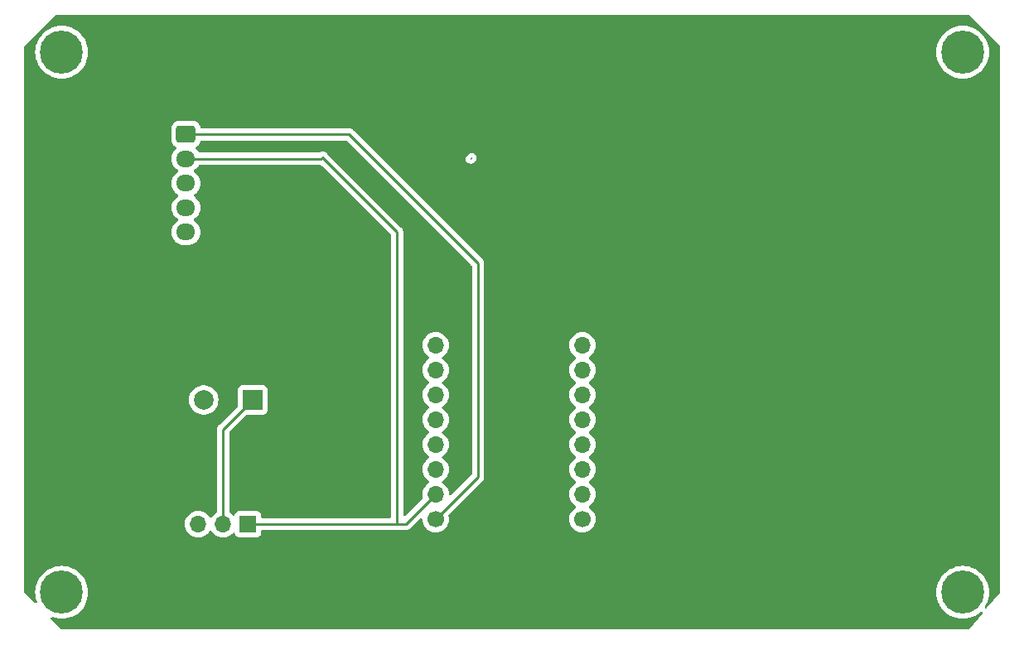
<source format=gbr>
%TF.GenerationSoftware,KiCad,Pcbnew,7.0.6-0*%
%TF.CreationDate,2023-12-02T16:23:56+00:00*%
%TF.ProjectId,Bitko clock,4269746b-6f20-4636-9c6f-636b2e6b6963,rev?*%
%TF.SameCoordinates,Original*%
%TF.FileFunction,Copper,L2,Bot*%
%TF.FilePolarity,Positive*%
%FSLAX46Y46*%
G04 Gerber Fmt 4.6, Leading zero omitted, Abs format (unit mm)*
G04 Created by KiCad (PCBNEW 7.0.6-0) date 2023-12-02 16:23:56*
%MOMM*%
%LPD*%
G01*
G04 APERTURE LIST*
G04 Aperture macros list*
%AMRoundRect*
0 Rectangle with rounded corners*
0 $1 Rounding radius*
0 $2 $3 $4 $5 $6 $7 $8 $9 X,Y pos of 4 corners*
0 Add a 4 corners polygon primitive as box body*
4,1,4,$2,$3,$4,$5,$6,$7,$8,$9,$2,$3,0*
0 Add four circle primitives for the rounded corners*
1,1,$1+$1,$2,$3*
1,1,$1+$1,$4,$5*
1,1,$1+$1,$6,$7*
1,1,$1+$1,$8,$9*
0 Add four rect primitives between the rounded corners*
20,1,$1+$1,$2,$3,$4,$5,0*
20,1,$1+$1,$4,$5,$6,$7,0*
20,1,$1+$1,$6,$7,$8,$9,0*
20,1,$1+$1,$8,$9,$2,$3,0*%
G04 Aperture macros list end*
%TA.AperFunction,ComponentPad*%
%ADD10C,4.400000*%
%TD*%
%TA.AperFunction,ComponentPad*%
%ADD11O,1.700000X1.700000*%
%TD*%
%TA.AperFunction,ComponentPad*%
%ADD12C,1.700000*%
%TD*%
%TA.AperFunction,ComponentPad*%
%ADD13R,1.700000X1.700000*%
%TD*%
%TA.AperFunction,ComponentPad*%
%ADD14R,2.000000X2.000000*%
%TD*%
%TA.AperFunction,ComponentPad*%
%ADD15C,2.000000*%
%TD*%
%TA.AperFunction,ComponentPad*%
%ADD16O,1.950000X1.700000*%
%TD*%
%TA.AperFunction,ComponentPad*%
%ADD17RoundRect,0.250000X-0.725000X0.600000X-0.725000X-0.600000X0.725000X-0.600000X0.725000X0.600000X0*%
%TD*%
%TA.AperFunction,Conductor*%
%ADD18C,0.250000*%
%TD*%
%TA.AperFunction,Conductor*%
%ADD19C,0.000000*%
%TD*%
G04 APERTURE END LIST*
D10*
%TO.P,REF\u002A\u002A,1*%
%TO.N,N/C*%
X120015000Y-92710000D03*
%TD*%
%TO.P,REF\u002A\u002A,1*%
%TO.N,N/C*%
X27940000Y-92710000D03*
%TD*%
%TO.P,REF\u002A\u002A,1*%
%TO.N,N/C*%
X27940000Y-37465000D03*
%TD*%
D11*
%TO.P,REF\u002A\u002A,8*%
%TO.N,N/C*%
X81153000Y-67437000D03*
%TO.P,REF\u002A\u002A,7*%
X81153000Y-69977000D03*
%TO.P,REF\u002A\u002A,6*%
X81153000Y-72517000D03*
%TO.P,REF\u002A\u002A,5*%
X81153000Y-75057000D03*
%TO.P,REF\u002A\u002A,4*%
X81153000Y-77597000D03*
%TO.P,REF\u002A\u002A,3*%
X81153000Y-80137000D03*
%TO.P,REF\u002A\u002A,2*%
X81153000Y-82677000D03*
D12*
%TO.P,REF\u002A\u002A,1*%
X81153000Y-85217000D03*
%TD*%
D11*
%TO.P,REF\u002A\u002A,8*%
%TO.N,N/C*%
X66153000Y-67437000D03*
%TO.P,REF\u002A\u002A,7*%
X66153000Y-69977000D03*
%TO.P,REF\u002A\u002A,6*%
X66153000Y-72517000D03*
%TO.P,REF\u002A\u002A,5*%
X66153000Y-75057000D03*
%TO.P,REF\u002A\u002A,4*%
X66153000Y-77597000D03*
%TO.P,REF\u002A\u002A,3*%
X66153000Y-80137000D03*
%TO.P,REF\u002A\u002A,2*%
X66153000Y-82677000D03*
D12*
%TO.P,REF\u002A\u002A,1*%
X66153000Y-85217000D03*
%TD*%
D13*
%TO.P,REF\u002A\u002A,1*%
%TO.N,N/C*%
X46975000Y-85725000D03*
D11*
%TO.P,REF\u002A\u002A,2*%
X44435000Y-85725000D03*
%TO.P,REF\u002A\u002A,3*%
X41895000Y-85725000D03*
%TD*%
D14*
%TO.P,REF\u002A\u002A,1*%
%TO.N,N/C*%
X47455785Y-73025000D03*
D15*
%TO.P,REF\u002A\u002A,2*%
X42455785Y-73025000D03*
%TD*%
D10*
%TO.P,REF\u002A\u002A,1*%
%TO.N,N/C*%
X120015000Y-37465000D03*
%TD*%
D16*
%TO.P,JST_XH_B5B-XH-A_1x05,5*%
%TO.N,N/C*%
X40640000Y-55875000D03*
%TO.P,JST_XH_B5B-XH-A_1x05,4*%
X40640000Y-53375000D03*
%TO.P,JST_XH_B5B-XH-A_1x05,3*%
X40640000Y-50875000D03*
%TO.P,JST_XH_B5B-XH-A_1x05,2*%
X40640000Y-48375000D03*
D17*
%TO.P,JST_XH_B5B-XH-A_1x05,1*%
X40640000Y-45875000D03*
%TD*%
D18*
%TO.N,*%
X70485000Y-80885000D02*
X70485000Y-59055000D01*
X66153000Y-85217000D02*
X70485000Y-80885000D01*
X70485000Y-59055000D02*
X57305000Y-45875000D01*
X57305000Y-45875000D02*
X40640000Y-45875000D01*
X62230000Y-85725000D02*
X63105000Y-85725000D01*
X63105000Y-85725000D02*
X66153000Y-82677000D01*
X46975000Y-85725000D02*
X62230000Y-85725000D01*
X54610000Y-48260000D02*
X62230000Y-55880000D01*
X40640000Y-48375000D02*
X54495000Y-48375000D01*
X54495000Y-48375000D02*
X54610000Y-48260000D01*
X62230000Y-55880000D02*
X62230000Y-85725000D01*
X65645000Y-85725000D02*
X66153000Y-85217000D01*
X44435000Y-85725000D02*
X44435000Y-76045785D01*
X44435000Y-76045785D02*
X47455785Y-73025000D01*
D19*
X69850000Y-48260000D02*
X69735000Y-48375000D01*
%TD*%
%TA.AperFunction,NonConductor*%
G36*
X120665677Y-33674685D02*
G01*
X120686319Y-33691319D01*
X123788681Y-36793681D01*
X123822166Y-36855004D01*
X123825000Y-36881362D01*
X123825000Y-92665106D01*
X123805315Y-92732145D01*
X123796259Y-92744489D01*
X122491084Y-94310698D01*
X122433045Y-94349597D01*
X122363188Y-94350943D01*
X122303693Y-94314307D01*
X122273450Y-94251323D01*
X122282060Y-94181985D01*
X122289700Y-94167179D01*
X122410545Y-93967279D01*
X122544627Y-93669361D01*
X122641821Y-93357453D01*
X122700710Y-93036104D01*
X122720436Y-92710000D01*
X122700710Y-92383896D01*
X122641821Y-92062547D01*
X122544627Y-91750639D01*
X122410545Y-91452721D01*
X122241530Y-91173137D01*
X122241528Y-91173134D01*
X122241526Y-91173131D01*
X122040045Y-90915960D01*
X121809039Y-90684954D01*
X121551868Y-90483473D01*
X121544306Y-90478901D01*
X121272279Y-90314455D01*
X120974361Y-90180373D01*
X120974354Y-90180370D01*
X120974342Y-90180366D01*
X120662452Y-90083178D01*
X120341099Y-90024289D01*
X120015000Y-90004564D01*
X119688900Y-90024289D01*
X119367547Y-90083178D01*
X119055657Y-90180366D01*
X119055641Y-90180372D01*
X119055639Y-90180373D01*
X118865933Y-90265752D01*
X118757725Y-90314453D01*
X118757723Y-90314454D01*
X118478131Y-90483473D01*
X118220960Y-90684954D01*
X117989954Y-90915960D01*
X117788473Y-91173131D01*
X117619454Y-91452723D01*
X117619453Y-91452725D01*
X117485372Y-91750642D01*
X117485366Y-91750657D01*
X117388178Y-92062547D01*
X117329289Y-92383900D01*
X117309564Y-92710000D01*
X117329289Y-93036099D01*
X117388178Y-93357452D01*
X117485366Y-93669342D01*
X117485370Y-93669354D01*
X117485373Y-93669361D01*
X117619455Y-93967279D01*
X117668290Y-94048061D01*
X117788473Y-94246868D01*
X117989954Y-94504039D01*
X118220960Y-94735045D01*
X118478131Y-94936526D01*
X118478134Y-94936528D01*
X118478137Y-94936530D01*
X118757721Y-95105545D01*
X119055639Y-95239627D01*
X119055652Y-95239631D01*
X119055657Y-95239633D01*
X119310469Y-95319035D01*
X119367547Y-95336821D01*
X119688896Y-95395710D01*
X120015000Y-95415436D01*
X120341104Y-95395710D01*
X120662453Y-95336821D01*
X120974361Y-95239627D01*
X121272279Y-95105545D01*
X121551863Y-94936530D01*
X121809036Y-94735048D01*
X121846614Y-94697470D01*
X121907936Y-94663984D01*
X121977628Y-94668968D01*
X122033562Y-94710838D01*
X122057980Y-94776302D01*
X122043129Y-94844576D01*
X122029555Y-94864533D01*
X120687181Y-96475383D01*
X120629142Y-96514282D01*
X120591922Y-96520000D01*
X27991362Y-96520000D01*
X27924323Y-96500315D01*
X27903681Y-96483681D01*
X26870050Y-95450050D01*
X26836565Y-95388727D01*
X26841549Y-95319035D01*
X26883421Y-95263102D01*
X26948885Y-95238685D01*
X26994621Y-95243984D01*
X27292547Y-95336821D01*
X27613896Y-95395710D01*
X27940000Y-95415436D01*
X28266104Y-95395710D01*
X28587453Y-95336821D01*
X28899361Y-95239627D01*
X29197279Y-95105545D01*
X29476863Y-94936530D01*
X29734036Y-94735048D01*
X29965048Y-94504036D01*
X30166530Y-94246863D01*
X30335545Y-93967279D01*
X30469627Y-93669361D01*
X30566821Y-93357453D01*
X30625710Y-93036104D01*
X30645436Y-92710000D01*
X30625710Y-92383896D01*
X30566821Y-92062547D01*
X30469627Y-91750639D01*
X30335545Y-91452721D01*
X30166530Y-91173137D01*
X30166528Y-91173134D01*
X30166526Y-91173131D01*
X29965045Y-90915960D01*
X29734039Y-90684954D01*
X29476868Y-90483473D01*
X29469306Y-90478901D01*
X29197279Y-90314455D01*
X28899361Y-90180373D01*
X28899354Y-90180370D01*
X28899342Y-90180366D01*
X28587452Y-90083178D01*
X28266099Y-90024289D01*
X27940000Y-90004564D01*
X27613900Y-90024289D01*
X27292547Y-90083178D01*
X26980657Y-90180366D01*
X26980641Y-90180372D01*
X26980639Y-90180373D01*
X26790933Y-90265752D01*
X26682725Y-90314453D01*
X26682723Y-90314454D01*
X26403131Y-90483473D01*
X26145960Y-90684954D01*
X25914954Y-90915960D01*
X25713473Y-91173131D01*
X25544454Y-91452723D01*
X25544453Y-91452725D01*
X25410372Y-91750642D01*
X25410366Y-91750657D01*
X25313178Y-92062547D01*
X25254289Y-92383900D01*
X25234564Y-92710000D01*
X25254289Y-93036099D01*
X25313176Y-93357444D01*
X25406015Y-93655377D01*
X25407165Y-93725237D01*
X25370364Y-93784630D01*
X25307295Y-93814698D01*
X25237982Y-93805895D01*
X25199948Y-93779948D01*
X24166319Y-92746318D01*
X24132834Y-92684995D01*
X24130000Y-92658637D01*
X24130000Y-73025005D01*
X40950142Y-73025005D01*
X40970675Y-73272812D01*
X40970677Y-73272824D01*
X41031721Y-73513881D01*
X41131611Y-73741606D01*
X41267618Y-73949782D01*
X41267621Y-73949785D01*
X41436041Y-74132738D01*
X41632276Y-74285474D01*
X41850975Y-74403828D01*
X42086171Y-74484571D01*
X42331450Y-74525500D01*
X42580120Y-74525500D01*
X42825399Y-74484571D01*
X43060595Y-74403828D01*
X43279294Y-74285474D01*
X43475529Y-74132738D01*
X43643949Y-73949785D01*
X43779958Y-73741607D01*
X43879848Y-73513881D01*
X43940893Y-73272821D01*
X43961428Y-73025000D01*
X43957754Y-72980664D01*
X43940894Y-72777187D01*
X43940892Y-72777175D01*
X43879848Y-72536118D01*
X43779958Y-72308393D01*
X43643951Y-72100217D01*
X43600793Y-72053335D01*
X43475529Y-71917262D01*
X43279294Y-71764526D01*
X43279292Y-71764525D01*
X43279291Y-71764524D01*
X43060596Y-71646172D01*
X43060587Y-71646169D01*
X42825401Y-71565429D01*
X42580120Y-71524500D01*
X42331450Y-71524500D01*
X42086168Y-71565429D01*
X41850982Y-71646169D01*
X41850973Y-71646172D01*
X41632278Y-71764524D01*
X41436042Y-71917261D01*
X41267618Y-72100217D01*
X41131611Y-72308393D01*
X41031721Y-72536118D01*
X40970677Y-72777175D01*
X40970675Y-72777187D01*
X40950142Y-73024994D01*
X40950142Y-73025005D01*
X24130000Y-73025005D01*
X24130000Y-55875000D01*
X39159341Y-55875000D01*
X39179936Y-56110403D01*
X39179938Y-56110413D01*
X39241094Y-56338655D01*
X39241096Y-56338659D01*
X39241097Y-56338663D01*
X39291030Y-56445746D01*
X39340964Y-56552828D01*
X39340965Y-56552830D01*
X39476505Y-56746402D01*
X39643597Y-56913494D01*
X39837169Y-57049034D01*
X39837171Y-57049035D01*
X40051337Y-57148903D01*
X40279592Y-57210063D01*
X40456034Y-57225500D01*
X40823966Y-57225500D01*
X41000408Y-57210063D01*
X41228663Y-57148903D01*
X41442829Y-57049035D01*
X41636401Y-56913495D01*
X41803495Y-56746401D01*
X41939035Y-56552830D01*
X42038903Y-56338663D01*
X42100063Y-56110408D01*
X42120659Y-55875000D01*
X42100063Y-55639592D01*
X42040879Y-55418713D01*
X42038905Y-55411344D01*
X42038904Y-55411343D01*
X42038903Y-55411337D01*
X41939035Y-55197171D01*
X41939034Y-55197169D01*
X41803494Y-55003597D01*
X41636403Y-54836506D01*
X41580187Y-54797144D01*
X41479401Y-54726573D01*
X41435778Y-54671999D01*
X41428584Y-54602500D01*
X41460106Y-54540145D01*
X41479398Y-54523428D01*
X41636401Y-54413495D01*
X41803495Y-54246401D01*
X41939035Y-54052830D01*
X42038903Y-53838663D01*
X42100063Y-53610408D01*
X42120659Y-53375000D01*
X42100063Y-53139592D01*
X42038903Y-52911337D01*
X41939035Y-52697171D01*
X41939034Y-52697169D01*
X41803494Y-52503597D01*
X41636403Y-52336506D01*
X41580187Y-52297144D01*
X41479401Y-52226573D01*
X41435778Y-52171999D01*
X41428584Y-52102500D01*
X41460106Y-52040145D01*
X41479398Y-52023428D01*
X41636401Y-51913495D01*
X41803495Y-51746401D01*
X41939035Y-51552830D01*
X42038903Y-51338663D01*
X42100063Y-51110408D01*
X42120659Y-50875000D01*
X42100063Y-50639592D01*
X42038903Y-50411337D01*
X41939035Y-50197171D01*
X41939034Y-50197169D01*
X41803494Y-50003597D01*
X41636403Y-49836506D01*
X41580187Y-49797144D01*
X41479401Y-49726573D01*
X41435778Y-49671999D01*
X41428584Y-49602500D01*
X41460106Y-49540145D01*
X41479398Y-49523428D01*
X41636401Y-49413495D01*
X41803495Y-49246401D01*
X41938651Y-49053377D01*
X41993229Y-49009752D01*
X42040227Y-49000500D01*
X54412257Y-49000500D01*
X54439291Y-49003483D01*
X54442241Y-49004142D01*
X54502888Y-49037478D01*
X61568181Y-56102771D01*
X61601666Y-56164094D01*
X61604500Y-56190452D01*
X61604500Y-84975500D01*
X61584815Y-85042539D01*
X61532011Y-85088294D01*
X61480500Y-85099500D01*
X48449499Y-85099500D01*
X48382460Y-85079815D01*
X48336705Y-85027011D01*
X48325499Y-84975500D01*
X48325499Y-84827129D01*
X48325498Y-84827123D01*
X48322517Y-84799393D01*
X48319091Y-84767517D01*
X48317810Y-84764083D01*
X48268797Y-84632671D01*
X48268793Y-84632664D01*
X48182547Y-84517455D01*
X48182544Y-84517452D01*
X48067335Y-84431206D01*
X48067328Y-84431202D01*
X47932482Y-84380908D01*
X47932483Y-84380908D01*
X47872883Y-84374501D01*
X47872881Y-84374500D01*
X47872873Y-84374500D01*
X47872864Y-84374500D01*
X46077129Y-84374500D01*
X46077123Y-84374501D01*
X46017516Y-84380908D01*
X45882671Y-84431202D01*
X45882664Y-84431206D01*
X45767455Y-84517452D01*
X45767452Y-84517455D01*
X45681206Y-84632664D01*
X45681203Y-84632669D01*
X45632189Y-84764083D01*
X45590317Y-84820016D01*
X45524853Y-84844433D01*
X45456580Y-84829581D01*
X45428326Y-84808430D01*
X45306402Y-84686506D01*
X45306401Y-84686505D01*
X45113376Y-84551347D01*
X45069751Y-84496770D01*
X45060500Y-84449772D01*
X45060500Y-76356236D01*
X45080185Y-76289197D01*
X45096814Y-76268560D01*
X46803556Y-74561817D01*
X46864879Y-74528333D01*
X46891237Y-74525499D01*
X48503656Y-74525499D01*
X48503657Y-74525499D01*
X48563268Y-74519091D01*
X48698116Y-74468796D01*
X48813331Y-74382546D01*
X48899581Y-74267331D01*
X48949876Y-74132483D01*
X48956285Y-74072873D01*
X48956284Y-71977128D01*
X48949876Y-71917517D01*
X48899581Y-71782669D01*
X48899580Y-71782668D01*
X48899578Y-71782664D01*
X48813332Y-71667455D01*
X48813329Y-71667452D01*
X48698120Y-71581206D01*
X48698113Y-71581202D01*
X48563267Y-71530908D01*
X48563268Y-71530908D01*
X48503668Y-71524501D01*
X48503666Y-71524500D01*
X48503658Y-71524500D01*
X48503649Y-71524500D01*
X46407914Y-71524500D01*
X46407908Y-71524501D01*
X46348301Y-71530908D01*
X46213456Y-71581202D01*
X46213449Y-71581206D01*
X46098240Y-71667452D01*
X46098237Y-71667455D01*
X46011991Y-71782664D01*
X46011987Y-71782671D01*
X45961693Y-71917517D01*
X45955286Y-71977116D01*
X45955286Y-71977123D01*
X45955285Y-71977135D01*
X45955285Y-73589546D01*
X45935600Y-73656585D01*
X45918966Y-73677227D01*
X44051208Y-75544984D01*
X44038951Y-75554805D01*
X44039134Y-75555026D01*
X44033123Y-75559998D01*
X43985772Y-75610421D01*
X43964889Y-75631304D01*
X43964877Y-75631317D01*
X43960621Y-75636802D01*
X43956837Y-75641232D01*
X43924937Y-75675203D01*
X43924936Y-75675205D01*
X43915284Y-75692761D01*
X43904610Y-75709011D01*
X43892329Y-75724846D01*
X43892324Y-75724853D01*
X43873815Y-75767623D01*
X43871245Y-75772869D01*
X43848803Y-75813691D01*
X43843822Y-75833092D01*
X43837521Y-75851495D01*
X43829562Y-75869887D01*
X43829561Y-75869890D01*
X43822271Y-75915912D01*
X43821087Y-75921631D01*
X43809501Y-75966757D01*
X43809500Y-75966767D01*
X43809500Y-75986801D01*
X43807973Y-76006200D01*
X43804840Y-76025979D01*
X43804840Y-76025980D01*
X43809225Y-76072368D01*
X43809500Y-76078206D01*
X43809500Y-84449773D01*
X43789815Y-84516812D01*
X43756623Y-84551348D01*
X43563597Y-84686505D01*
X43396508Y-84853594D01*
X43266574Y-85039159D01*
X43211997Y-85082784D01*
X43142498Y-85089976D01*
X43080144Y-85058454D01*
X43063424Y-85039158D01*
X42933494Y-84853597D01*
X42766402Y-84686506D01*
X42766395Y-84686501D01*
X42572834Y-84550967D01*
X42572830Y-84550965D01*
X42520500Y-84526563D01*
X42358663Y-84451097D01*
X42358659Y-84451096D01*
X42358655Y-84451094D01*
X42130413Y-84389938D01*
X42130403Y-84389936D01*
X41895001Y-84369341D01*
X41894999Y-84369341D01*
X41659596Y-84389936D01*
X41659586Y-84389938D01*
X41431344Y-84451094D01*
X41431335Y-84451098D01*
X41217171Y-84550964D01*
X41217169Y-84550965D01*
X41023597Y-84686505D01*
X40856505Y-84853597D01*
X40720965Y-85047169D01*
X40720964Y-85047171D01*
X40621098Y-85261335D01*
X40621094Y-85261344D01*
X40559938Y-85489586D01*
X40559936Y-85489596D01*
X40539341Y-85724999D01*
X40539341Y-85725000D01*
X40559936Y-85960403D01*
X40559938Y-85960413D01*
X40621094Y-86188655D01*
X40621096Y-86188659D01*
X40621097Y-86188663D01*
X40715464Y-86391034D01*
X40720965Y-86402830D01*
X40720967Y-86402834D01*
X40825458Y-86552061D01*
X40856505Y-86596401D01*
X41023599Y-86763495D01*
X41120384Y-86831264D01*
X41217165Y-86899032D01*
X41217167Y-86899033D01*
X41217170Y-86899035D01*
X41431337Y-86998903D01*
X41659592Y-87060063D01*
X41836034Y-87075500D01*
X41894999Y-87080659D01*
X41895000Y-87080659D01*
X41895001Y-87080659D01*
X41953966Y-87075500D01*
X42130408Y-87060063D01*
X42358663Y-86998903D01*
X42572830Y-86899035D01*
X42766401Y-86763495D01*
X42933495Y-86596401D01*
X43063426Y-86410840D01*
X43118001Y-86367217D01*
X43187499Y-86360023D01*
X43249854Y-86391546D01*
X43266574Y-86410841D01*
X43396505Y-86596401D01*
X43563599Y-86763495D01*
X43660384Y-86831264D01*
X43757165Y-86899032D01*
X43757167Y-86899033D01*
X43757170Y-86899035D01*
X43971337Y-86998903D01*
X44199592Y-87060063D01*
X44376034Y-87075500D01*
X44434999Y-87080659D01*
X44435000Y-87080659D01*
X44435001Y-87080659D01*
X44493966Y-87075500D01*
X44670408Y-87060063D01*
X44898663Y-86998903D01*
X45112830Y-86899035D01*
X45306401Y-86763495D01*
X45428329Y-86641566D01*
X45489648Y-86608084D01*
X45559340Y-86613068D01*
X45615274Y-86654939D01*
X45632189Y-86685917D01*
X45681202Y-86817328D01*
X45681206Y-86817335D01*
X45767452Y-86932544D01*
X45767455Y-86932547D01*
X45882664Y-87018793D01*
X45882671Y-87018797D01*
X46017517Y-87069091D01*
X46017516Y-87069091D01*
X46024444Y-87069835D01*
X46077127Y-87075500D01*
X47872872Y-87075499D01*
X47932483Y-87069091D01*
X48067331Y-87018796D01*
X48182546Y-86932546D01*
X48268796Y-86817331D01*
X48319091Y-86682483D01*
X48325500Y-86622873D01*
X48325500Y-86474499D01*
X48345185Y-86407461D01*
X48397989Y-86361706D01*
X48449500Y-86350500D01*
X62150981Y-86350500D01*
X62159153Y-86350500D01*
X62182385Y-86352696D01*
X62183989Y-86353001D01*
X62190412Y-86354227D01*
X62247724Y-86350621D01*
X62251597Y-86350500D01*
X63022257Y-86350500D01*
X63037877Y-86352224D01*
X63037904Y-86351939D01*
X63045660Y-86352671D01*
X63045667Y-86352673D01*
X63114814Y-86350500D01*
X63144350Y-86350500D01*
X63151228Y-86349630D01*
X63157041Y-86349172D01*
X63203627Y-86347709D01*
X63222869Y-86342117D01*
X63241912Y-86338174D01*
X63261792Y-86335664D01*
X63305122Y-86318507D01*
X63310646Y-86316617D01*
X63314396Y-86315527D01*
X63355390Y-86303618D01*
X63372629Y-86293422D01*
X63390103Y-86284862D01*
X63408727Y-86277488D01*
X63408727Y-86277487D01*
X63408732Y-86277486D01*
X63446449Y-86250082D01*
X63451305Y-86246892D01*
X63491420Y-86223170D01*
X63505589Y-86208999D01*
X63520379Y-86196368D01*
X63536587Y-86184594D01*
X63566299Y-86148676D01*
X63570212Y-86144376D01*
X64585661Y-85128928D01*
X64646983Y-85095444D01*
X64716675Y-85100428D01*
X64772608Y-85142300D01*
X64797025Y-85207764D01*
X64797341Y-85216610D01*
X64797341Y-85217000D01*
X64817936Y-85452403D01*
X64817938Y-85452413D01*
X64879094Y-85680655D01*
X64879096Y-85680659D01*
X64879097Y-85680663D01*
X64899772Y-85725000D01*
X64978965Y-85894830D01*
X64978967Y-85894834D01*
X65087281Y-86049521D01*
X65114505Y-86088401D01*
X65281599Y-86255495D01*
X65328668Y-86288453D01*
X65475165Y-86391032D01*
X65475167Y-86391033D01*
X65475170Y-86391035D01*
X65689337Y-86490903D01*
X65917592Y-86552063D01*
X66105918Y-86568539D01*
X66152999Y-86572659D01*
X66153000Y-86572659D01*
X66153001Y-86572659D01*
X66192234Y-86569226D01*
X66388408Y-86552063D01*
X66616663Y-86490903D01*
X66830830Y-86391035D01*
X67024401Y-86255495D01*
X67191495Y-86088401D01*
X67327035Y-85894830D01*
X67426903Y-85680663D01*
X67488063Y-85452408D01*
X67508659Y-85217000D01*
X79797341Y-85217000D01*
X79817936Y-85452403D01*
X79817938Y-85452413D01*
X79879094Y-85680655D01*
X79879096Y-85680659D01*
X79879097Y-85680663D01*
X79899772Y-85725000D01*
X79978965Y-85894830D01*
X79978967Y-85894834D01*
X80087281Y-86049521D01*
X80114505Y-86088401D01*
X80281599Y-86255495D01*
X80328668Y-86288453D01*
X80475165Y-86391032D01*
X80475167Y-86391033D01*
X80475170Y-86391035D01*
X80689337Y-86490903D01*
X80917592Y-86552063D01*
X81105918Y-86568539D01*
X81152999Y-86572659D01*
X81153000Y-86572659D01*
X81153001Y-86572659D01*
X81192234Y-86569226D01*
X81388408Y-86552063D01*
X81616663Y-86490903D01*
X81830830Y-86391035D01*
X82024401Y-86255495D01*
X82191495Y-86088401D01*
X82327035Y-85894830D01*
X82426903Y-85680663D01*
X82488063Y-85452408D01*
X82508659Y-85217000D01*
X82488063Y-84981592D01*
X82436873Y-84790547D01*
X82426905Y-84753344D01*
X82426904Y-84753343D01*
X82426903Y-84753337D01*
X82327035Y-84539171D01*
X82311830Y-84517455D01*
X82191494Y-84345597D01*
X82024402Y-84178506D01*
X82024396Y-84178501D01*
X81838842Y-84048575D01*
X81795217Y-83993998D01*
X81788023Y-83924500D01*
X81819546Y-83862145D01*
X81838842Y-83845425D01*
X81861026Y-83829891D01*
X82024401Y-83715495D01*
X82191495Y-83548401D01*
X82327035Y-83354830D01*
X82426903Y-83140663D01*
X82488063Y-82912408D01*
X82508659Y-82677000D01*
X82488063Y-82441592D01*
X82426903Y-82213337D01*
X82327035Y-81999171D01*
X82191495Y-81805599D01*
X82191494Y-81805597D01*
X82024402Y-81638506D01*
X82024396Y-81638501D01*
X81838842Y-81508575D01*
X81795217Y-81453998D01*
X81788023Y-81384500D01*
X81819546Y-81322145D01*
X81838842Y-81305425D01*
X81861517Y-81289548D01*
X82024401Y-81175495D01*
X82191495Y-81008401D01*
X82327035Y-80814830D01*
X82426903Y-80600663D01*
X82488063Y-80372408D01*
X82508659Y-80137000D01*
X82488063Y-79901592D01*
X82426903Y-79673337D01*
X82327035Y-79459171D01*
X82191495Y-79265599D01*
X82191494Y-79265597D01*
X82024402Y-79098506D01*
X82024396Y-79098501D01*
X81838842Y-78968575D01*
X81795217Y-78913998D01*
X81788023Y-78844500D01*
X81819546Y-78782145D01*
X81838842Y-78765425D01*
X81861026Y-78749891D01*
X82024401Y-78635495D01*
X82191495Y-78468401D01*
X82327035Y-78274830D01*
X82426903Y-78060663D01*
X82488063Y-77832408D01*
X82508659Y-77597000D01*
X82488063Y-77361592D01*
X82426903Y-77133337D01*
X82327035Y-76919171D01*
X82191495Y-76725599D01*
X82191494Y-76725597D01*
X82024402Y-76558506D01*
X82024396Y-76558501D01*
X81838842Y-76428575D01*
X81795217Y-76373998D01*
X81788023Y-76304500D01*
X81819546Y-76242145D01*
X81838842Y-76225425D01*
X81861026Y-76209891D01*
X82024401Y-76095495D01*
X82191495Y-75928401D01*
X82327035Y-75734830D01*
X82426903Y-75520663D01*
X82488063Y-75292408D01*
X82508659Y-75057000D01*
X82488063Y-74821592D01*
X82426903Y-74593337D01*
X82327035Y-74379171D01*
X82248725Y-74267331D01*
X82191494Y-74185597D01*
X82024402Y-74018506D01*
X82024396Y-74018501D01*
X81838842Y-73888575D01*
X81795217Y-73833998D01*
X81788023Y-73764500D01*
X81819546Y-73702145D01*
X81838842Y-73685425D01*
X81975771Y-73589546D01*
X82024401Y-73555495D01*
X82191495Y-73388401D01*
X82327035Y-73194830D01*
X82426903Y-72980663D01*
X82488063Y-72752408D01*
X82508659Y-72517000D01*
X82488063Y-72281592D01*
X82426903Y-72053337D01*
X82327035Y-71839171D01*
X82287474Y-71782671D01*
X82191494Y-71645597D01*
X82024402Y-71478506D01*
X82024396Y-71478501D01*
X81838842Y-71348575D01*
X81795217Y-71293998D01*
X81788023Y-71224500D01*
X81819546Y-71162145D01*
X81838842Y-71145425D01*
X81861026Y-71129891D01*
X82024401Y-71015495D01*
X82191495Y-70848401D01*
X82327035Y-70654830D01*
X82426903Y-70440663D01*
X82488063Y-70212408D01*
X82508659Y-69977000D01*
X82488063Y-69741592D01*
X82426903Y-69513337D01*
X82327035Y-69299171D01*
X82191495Y-69105599D01*
X82191494Y-69105597D01*
X82024402Y-68938506D01*
X82024396Y-68938501D01*
X81838842Y-68808575D01*
X81795217Y-68753998D01*
X81788023Y-68684500D01*
X81819546Y-68622145D01*
X81838842Y-68605425D01*
X81861026Y-68589891D01*
X82024401Y-68475495D01*
X82191495Y-68308401D01*
X82327035Y-68114830D01*
X82426903Y-67900663D01*
X82488063Y-67672408D01*
X82508659Y-67437000D01*
X82488063Y-67201592D01*
X82426903Y-66973337D01*
X82327035Y-66759171D01*
X82191495Y-66565599D01*
X82191494Y-66565597D01*
X82024402Y-66398506D01*
X82024395Y-66398501D01*
X81830834Y-66262967D01*
X81830830Y-66262965D01*
X81830828Y-66262964D01*
X81616663Y-66163097D01*
X81616659Y-66163096D01*
X81616655Y-66163094D01*
X81388413Y-66101938D01*
X81388403Y-66101936D01*
X81153001Y-66081341D01*
X81152999Y-66081341D01*
X80917596Y-66101936D01*
X80917586Y-66101938D01*
X80689344Y-66163094D01*
X80689335Y-66163098D01*
X80475171Y-66262964D01*
X80475169Y-66262965D01*
X80281597Y-66398505D01*
X80114505Y-66565597D01*
X79978965Y-66759169D01*
X79978964Y-66759171D01*
X79879098Y-66973335D01*
X79879094Y-66973344D01*
X79817938Y-67201586D01*
X79817936Y-67201596D01*
X79797341Y-67436999D01*
X79797341Y-67437000D01*
X79817936Y-67672403D01*
X79817938Y-67672413D01*
X79879094Y-67900655D01*
X79879096Y-67900659D01*
X79879097Y-67900663D01*
X79978964Y-68114829D01*
X79978965Y-68114830D01*
X79978967Y-68114834D01*
X80114501Y-68308395D01*
X80114506Y-68308402D01*
X80281597Y-68475493D01*
X80281603Y-68475498D01*
X80467158Y-68605425D01*
X80510783Y-68660002D01*
X80517977Y-68729500D01*
X80486454Y-68791855D01*
X80467158Y-68808575D01*
X80281597Y-68938505D01*
X80114505Y-69105597D01*
X79978965Y-69299169D01*
X79978964Y-69299171D01*
X79879098Y-69513335D01*
X79879094Y-69513344D01*
X79817938Y-69741586D01*
X79817936Y-69741596D01*
X79797341Y-69976999D01*
X79797341Y-69977000D01*
X79817936Y-70212403D01*
X79817938Y-70212413D01*
X79879094Y-70440655D01*
X79879096Y-70440659D01*
X79879097Y-70440663D01*
X79978964Y-70654830D01*
X79978965Y-70654830D01*
X79978967Y-70654834D01*
X80114501Y-70848395D01*
X80114506Y-70848402D01*
X80281597Y-71015493D01*
X80281603Y-71015498D01*
X80467158Y-71145425D01*
X80510783Y-71200002D01*
X80517977Y-71269500D01*
X80486454Y-71331855D01*
X80467158Y-71348575D01*
X80281597Y-71478505D01*
X80114505Y-71645597D01*
X79978965Y-71839169D01*
X79978964Y-71839171D01*
X79879098Y-72053335D01*
X79879094Y-72053344D01*
X79817938Y-72281586D01*
X79817936Y-72281596D01*
X79797341Y-72516999D01*
X79797341Y-72517000D01*
X79817936Y-72752403D01*
X79817938Y-72752413D01*
X79879094Y-72980655D01*
X79879096Y-72980659D01*
X79879097Y-72980663D01*
X79899769Y-73024994D01*
X79978965Y-73194830D01*
X79978967Y-73194834D01*
X80114501Y-73388395D01*
X80114506Y-73388402D01*
X80281597Y-73555493D01*
X80281603Y-73555498D01*
X80467158Y-73685425D01*
X80510783Y-73740002D01*
X80517977Y-73809500D01*
X80486454Y-73871855D01*
X80467158Y-73888575D01*
X80281597Y-74018505D01*
X80114505Y-74185597D01*
X79978965Y-74379169D01*
X79978964Y-74379171D01*
X79879098Y-74593335D01*
X79879094Y-74593344D01*
X79817938Y-74821586D01*
X79817936Y-74821596D01*
X79797341Y-75056999D01*
X79797341Y-75057000D01*
X79817936Y-75292403D01*
X79817938Y-75292413D01*
X79879094Y-75520655D01*
X79879096Y-75520659D01*
X79879097Y-75520663D01*
X79951161Y-75675205D01*
X79978965Y-75734830D01*
X79978967Y-75734834D01*
X80047769Y-75833092D01*
X80107784Y-75918803D01*
X80114501Y-75928395D01*
X80114506Y-75928402D01*
X80281597Y-76095493D01*
X80281603Y-76095498D01*
X80467158Y-76225425D01*
X80510783Y-76280002D01*
X80517977Y-76349500D01*
X80486454Y-76411855D01*
X80467158Y-76428575D01*
X80281597Y-76558505D01*
X80114505Y-76725597D01*
X79978965Y-76919169D01*
X79978964Y-76919171D01*
X79879098Y-77133335D01*
X79879094Y-77133344D01*
X79817938Y-77361586D01*
X79817936Y-77361596D01*
X79797341Y-77596999D01*
X79797341Y-77597000D01*
X79817936Y-77832403D01*
X79817938Y-77832413D01*
X79879094Y-78060655D01*
X79879096Y-78060659D01*
X79879097Y-78060663D01*
X79978964Y-78274830D01*
X79978965Y-78274830D01*
X79978967Y-78274834D01*
X80114501Y-78468395D01*
X80114506Y-78468402D01*
X80281597Y-78635493D01*
X80281603Y-78635498D01*
X80467158Y-78765425D01*
X80510783Y-78820002D01*
X80517977Y-78889500D01*
X80486454Y-78951855D01*
X80467158Y-78968575D01*
X80281597Y-79098505D01*
X80114505Y-79265597D01*
X79978965Y-79459169D01*
X79978964Y-79459171D01*
X79879098Y-79673335D01*
X79879094Y-79673344D01*
X79817938Y-79901586D01*
X79817936Y-79901596D01*
X79797341Y-80136999D01*
X79797341Y-80137000D01*
X79817936Y-80372403D01*
X79817938Y-80372413D01*
X79879094Y-80600655D01*
X79879096Y-80600659D01*
X79879097Y-80600663D01*
X79907805Y-80662227D01*
X79978965Y-80814830D01*
X79978967Y-80814834D01*
X80114501Y-81008395D01*
X80114506Y-81008402D01*
X80281597Y-81175493D01*
X80281603Y-81175498D01*
X80467158Y-81305425D01*
X80510783Y-81360002D01*
X80517977Y-81429500D01*
X80486454Y-81491855D01*
X80467158Y-81508575D01*
X80281597Y-81638505D01*
X80114505Y-81805597D01*
X79978965Y-81999169D01*
X79978964Y-81999171D01*
X79879098Y-82213335D01*
X79879094Y-82213344D01*
X79817938Y-82441586D01*
X79817936Y-82441596D01*
X79797341Y-82676999D01*
X79797341Y-82677000D01*
X79817936Y-82912403D01*
X79817938Y-82912413D01*
X79879094Y-83140655D01*
X79879096Y-83140659D01*
X79879097Y-83140663D01*
X79978964Y-83354830D01*
X79978965Y-83354830D01*
X79978967Y-83354834D01*
X80114501Y-83548395D01*
X80114506Y-83548402D01*
X80281597Y-83715493D01*
X80281603Y-83715498D01*
X80467158Y-83845425D01*
X80510783Y-83900002D01*
X80517977Y-83969500D01*
X80486454Y-84031855D01*
X80467158Y-84048575D01*
X80281597Y-84178505D01*
X80114505Y-84345597D01*
X79978965Y-84539169D01*
X79978964Y-84539171D01*
X79879098Y-84753335D01*
X79879094Y-84753344D01*
X79817938Y-84981586D01*
X79817936Y-84981596D01*
X79797341Y-85216999D01*
X79797341Y-85217000D01*
X67508659Y-85217000D01*
X67488063Y-84981592D01*
X67461142Y-84881125D01*
X67462806Y-84811276D01*
X67493235Y-84761353D01*
X70868788Y-81385801D01*
X70881042Y-81375986D01*
X70880859Y-81375764D01*
X70886866Y-81370792D01*
X70886877Y-81370786D01*
X70932554Y-81322145D01*
X70934227Y-81320364D01*
X70944671Y-81309918D01*
X70955120Y-81299471D01*
X70959379Y-81293978D01*
X70963152Y-81289561D01*
X70995062Y-81255582D01*
X71004713Y-81238024D01*
X71015396Y-81221761D01*
X71027673Y-81205936D01*
X71046185Y-81163153D01*
X71048738Y-81157941D01*
X71071197Y-81117092D01*
X71076180Y-81097680D01*
X71082481Y-81079280D01*
X71090437Y-81060896D01*
X71097729Y-81014852D01*
X71098906Y-81009171D01*
X71110500Y-80964019D01*
X71110500Y-80943982D01*
X71112027Y-80924582D01*
X71115160Y-80904804D01*
X71110775Y-80858415D01*
X71110500Y-80852577D01*
X71110500Y-59137742D01*
X71112224Y-59122122D01*
X71111939Y-59122095D01*
X71112673Y-59114333D01*
X71110500Y-59045172D01*
X71110500Y-59015656D01*
X71110500Y-59015650D01*
X71109631Y-59008779D01*
X71109173Y-59002952D01*
X71107710Y-58956373D01*
X71102119Y-58937130D01*
X71098173Y-58918078D01*
X71095664Y-58898208D01*
X71078504Y-58854867D01*
X71076624Y-58849379D01*
X71063618Y-58804610D01*
X71053422Y-58787370D01*
X71044861Y-58769894D01*
X71037487Y-58751270D01*
X71037486Y-58751268D01*
X71010079Y-58713545D01*
X71006888Y-58708686D01*
X70983172Y-58668583D01*
X70983165Y-58668574D01*
X70969006Y-58654415D01*
X70956368Y-58639619D01*
X70944594Y-58623413D01*
X70908688Y-58593709D01*
X70904376Y-58589786D01*
X60725664Y-48411073D01*
X69230641Y-48411073D01*
X69261233Y-48551702D01*
X69261234Y-48551706D01*
X69330205Y-48678018D01*
X69330211Y-48678025D01*
X69431974Y-48779788D01*
X69431981Y-48779794D01*
X69503410Y-48818797D01*
X69558294Y-48848766D01*
X69698927Y-48879359D01*
X69842483Y-48869091D01*
X69977331Y-48818796D01*
X70063593Y-48754221D01*
X70229221Y-48588593D01*
X70293796Y-48502331D01*
X70344091Y-48367483D01*
X70354359Y-48223927D01*
X70323766Y-48083294D01*
X70299107Y-48038135D01*
X70254794Y-47956981D01*
X70254788Y-47956974D01*
X70153025Y-47855211D01*
X70153018Y-47855205D01*
X70026706Y-47786234D01*
X70026702Y-47786233D01*
X69886074Y-47755641D01*
X69886069Y-47755641D01*
X69771228Y-47763855D01*
X69742517Y-47765909D01*
X69742515Y-47765909D01*
X69742513Y-47765910D01*
X69607671Y-47816202D01*
X69607668Y-47816204D01*
X69521408Y-47880778D01*
X69521396Y-47880788D01*
X69355788Y-48046396D01*
X69355778Y-48046408D01*
X69291204Y-48132668D01*
X69291202Y-48132671D01*
X69240910Y-48267513D01*
X69240909Y-48267518D01*
X69230641Y-48411069D01*
X69230641Y-48411073D01*
X60725664Y-48411073D01*
X57805803Y-45491212D01*
X57795980Y-45478950D01*
X57795759Y-45479134D01*
X57790786Y-45473123D01*
X57740364Y-45425773D01*
X57729919Y-45415328D01*
X57719475Y-45404883D01*
X57713986Y-45400625D01*
X57709561Y-45396847D01*
X57675582Y-45364938D01*
X57675580Y-45364936D01*
X57675577Y-45364935D01*
X57658029Y-45355288D01*
X57641763Y-45344604D01*
X57625933Y-45332325D01*
X57583168Y-45313818D01*
X57577922Y-45311248D01*
X57537093Y-45288803D01*
X57537092Y-45288802D01*
X57517693Y-45283822D01*
X57499281Y-45277518D01*
X57480898Y-45269562D01*
X57480892Y-45269560D01*
X57434874Y-45262272D01*
X57429152Y-45261087D01*
X57384021Y-45249500D01*
X57384019Y-45249500D01*
X57363984Y-45249500D01*
X57344586Y-45247973D01*
X57337162Y-45246797D01*
X57324805Y-45244840D01*
X57324804Y-45244840D01*
X57278416Y-45249225D01*
X57272578Y-45249500D01*
X42229981Y-45249500D01*
X42162942Y-45229815D01*
X42117187Y-45177011D01*
X42106623Y-45138101D01*
X42104999Y-45122203D01*
X42104998Y-45122200D01*
X42049814Y-44955666D01*
X41957712Y-44806344D01*
X41833656Y-44682288D01*
X41684334Y-44590186D01*
X41517797Y-44535001D01*
X41517795Y-44535000D01*
X41415010Y-44524500D01*
X39864998Y-44524500D01*
X39864981Y-44524501D01*
X39762203Y-44535000D01*
X39762200Y-44535001D01*
X39595668Y-44590185D01*
X39595663Y-44590187D01*
X39446342Y-44682289D01*
X39322289Y-44806342D01*
X39230187Y-44955663D01*
X39230185Y-44955666D01*
X39230186Y-44955666D01*
X39175001Y-45122203D01*
X39175001Y-45122204D01*
X39175000Y-45122204D01*
X39164500Y-45224983D01*
X39164500Y-46525001D01*
X39164501Y-46525018D01*
X39175000Y-46627796D01*
X39175001Y-46627799D01*
X39230185Y-46794331D01*
X39230187Y-46794336D01*
X39322289Y-46943657D01*
X39446344Y-47067712D01*
X39601120Y-47163178D01*
X39647845Y-47215126D01*
X39659068Y-47284088D01*
X39631224Y-47348171D01*
X39623706Y-47356398D01*
X39476501Y-47503603D01*
X39476501Y-47503604D01*
X39340967Y-47697165D01*
X39340965Y-47697169D01*
X39241098Y-47911335D01*
X39241094Y-47911344D01*
X39179938Y-48139586D01*
X39179936Y-48139596D01*
X39159341Y-48374999D01*
X39159341Y-48375000D01*
X39179936Y-48610403D01*
X39179938Y-48610413D01*
X39241094Y-48838655D01*
X39241096Y-48838659D01*
X39241097Y-48838663D01*
X39255286Y-48869091D01*
X39340964Y-49052828D01*
X39340965Y-49052830D01*
X39476505Y-49246402D01*
X39643597Y-49413494D01*
X39800595Y-49523425D01*
X39844220Y-49578002D01*
X39851414Y-49647500D01*
X39819891Y-49709855D01*
X39800595Y-49726575D01*
X39643597Y-49836505D01*
X39476506Y-50003597D01*
X39476501Y-50003604D01*
X39340967Y-50197165D01*
X39340965Y-50197169D01*
X39241098Y-50411335D01*
X39241094Y-50411344D01*
X39179938Y-50639586D01*
X39179936Y-50639596D01*
X39159341Y-50874999D01*
X39159341Y-50875000D01*
X39179936Y-51110403D01*
X39179938Y-51110413D01*
X39241094Y-51338655D01*
X39241096Y-51338659D01*
X39241097Y-51338663D01*
X39291030Y-51445746D01*
X39340964Y-51552828D01*
X39340965Y-51552830D01*
X39476505Y-51746402D01*
X39643597Y-51913494D01*
X39800595Y-52023425D01*
X39844220Y-52078002D01*
X39851414Y-52147500D01*
X39819891Y-52209855D01*
X39800595Y-52226575D01*
X39643597Y-52336505D01*
X39476506Y-52503597D01*
X39476501Y-52503604D01*
X39340967Y-52697165D01*
X39340965Y-52697169D01*
X39241098Y-52911335D01*
X39241094Y-52911344D01*
X39179938Y-53139586D01*
X39179936Y-53139596D01*
X39159341Y-53374999D01*
X39159341Y-53375000D01*
X39179936Y-53610403D01*
X39179938Y-53610413D01*
X39241094Y-53838655D01*
X39241096Y-53838659D01*
X39241097Y-53838663D01*
X39291030Y-53945746D01*
X39340964Y-54052828D01*
X39340965Y-54052830D01*
X39476505Y-54246402D01*
X39643597Y-54413494D01*
X39800595Y-54523425D01*
X39844220Y-54578002D01*
X39851414Y-54647500D01*
X39819891Y-54709855D01*
X39800595Y-54726575D01*
X39643597Y-54836505D01*
X39476506Y-55003597D01*
X39476501Y-55003604D01*
X39340967Y-55197165D01*
X39340965Y-55197169D01*
X39241098Y-55411335D01*
X39241094Y-55411344D01*
X39179938Y-55639586D01*
X39179936Y-55639596D01*
X39159341Y-55874999D01*
X39159341Y-55875000D01*
X24130000Y-55875000D01*
X24130000Y-37465000D01*
X25234564Y-37465000D01*
X25254289Y-37791099D01*
X25313178Y-38112452D01*
X25410366Y-38424342D01*
X25410370Y-38424354D01*
X25410373Y-38424361D01*
X25544455Y-38722279D01*
X25708901Y-38994306D01*
X25713473Y-39001868D01*
X25914954Y-39259039D01*
X26145960Y-39490045D01*
X26403131Y-39691526D01*
X26403134Y-39691528D01*
X26403137Y-39691530D01*
X26682721Y-39860545D01*
X26980639Y-39994627D01*
X26980652Y-39994631D01*
X26980657Y-39994633D01*
X27292547Y-40091820D01*
X27292547Y-40091821D01*
X27613896Y-40150710D01*
X27940000Y-40170436D01*
X28266104Y-40150710D01*
X28587453Y-40091821D01*
X28899361Y-39994627D01*
X29197279Y-39860545D01*
X29476863Y-39691530D01*
X29734036Y-39490048D01*
X29965048Y-39259036D01*
X30166530Y-39001863D01*
X30335545Y-38722279D01*
X30469627Y-38424361D01*
X30566821Y-38112453D01*
X30625710Y-37791104D01*
X30645436Y-37465000D01*
X30645436Y-37464999D01*
X117309564Y-37464999D01*
X117329289Y-37791099D01*
X117388178Y-38112452D01*
X117485366Y-38424342D01*
X117485370Y-38424354D01*
X117485373Y-38424361D01*
X117619455Y-38722279D01*
X117783901Y-38994306D01*
X117788473Y-39001868D01*
X117989954Y-39259039D01*
X118220960Y-39490045D01*
X118478131Y-39691526D01*
X118478134Y-39691528D01*
X118478137Y-39691530D01*
X118757721Y-39860545D01*
X119055639Y-39994627D01*
X119055652Y-39994631D01*
X119055657Y-39994633D01*
X119367547Y-40091820D01*
X119367547Y-40091821D01*
X119688896Y-40150710D01*
X120015000Y-40170436D01*
X120341104Y-40150710D01*
X120662453Y-40091821D01*
X120974361Y-39994627D01*
X121272279Y-39860545D01*
X121551863Y-39691530D01*
X121809036Y-39490048D01*
X122040048Y-39259036D01*
X122241530Y-39001863D01*
X122410545Y-38722279D01*
X122544627Y-38424361D01*
X122641821Y-38112453D01*
X122700710Y-37791104D01*
X122720436Y-37465000D01*
X122700710Y-37138896D01*
X122641821Y-36817547D01*
X122544627Y-36505639D01*
X122410545Y-36207721D01*
X122241530Y-35928137D01*
X122241528Y-35928134D01*
X122241526Y-35928131D01*
X122040045Y-35670960D01*
X121809039Y-35439954D01*
X121551868Y-35238473D01*
X121544306Y-35233901D01*
X121272279Y-35069455D01*
X120974361Y-34935373D01*
X120974354Y-34935370D01*
X120974342Y-34935366D01*
X120662452Y-34838178D01*
X120341099Y-34779289D01*
X120015000Y-34759564D01*
X119688900Y-34779289D01*
X119367547Y-34838178D01*
X119055657Y-34935366D01*
X119055641Y-34935372D01*
X119055639Y-34935373D01*
X118865933Y-35020752D01*
X118757725Y-35069453D01*
X118757723Y-35069454D01*
X118478131Y-35238473D01*
X118220960Y-35439954D01*
X117989954Y-35670960D01*
X117788473Y-35928131D01*
X117668290Y-36126939D01*
X117619455Y-36207721D01*
X117487056Y-36501901D01*
X117485372Y-36505642D01*
X117485366Y-36505657D01*
X117388178Y-36817547D01*
X117329289Y-37138900D01*
X117309564Y-37464999D01*
X30645436Y-37464999D01*
X30625710Y-37138896D01*
X30566821Y-36817547D01*
X30469627Y-36505639D01*
X30335545Y-36207721D01*
X30166530Y-35928137D01*
X30166528Y-35928134D01*
X30166526Y-35928131D01*
X29965045Y-35670960D01*
X29734039Y-35439954D01*
X29476868Y-35238473D01*
X29469306Y-35233901D01*
X29197279Y-35069455D01*
X28899361Y-34935373D01*
X28899354Y-34935370D01*
X28899342Y-34935366D01*
X28587452Y-34838178D01*
X28266099Y-34779289D01*
X27940000Y-34759564D01*
X27613900Y-34779289D01*
X27292547Y-34838178D01*
X26980657Y-34935366D01*
X26980641Y-34935372D01*
X26980639Y-34935373D01*
X26790933Y-35020752D01*
X26682725Y-35069453D01*
X26682723Y-35069454D01*
X26403131Y-35238473D01*
X26145960Y-35439954D01*
X25914954Y-35670960D01*
X25713473Y-35928131D01*
X25593290Y-36126939D01*
X25544455Y-36207721D01*
X25412056Y-36501901D01*
X25410372Y-36505642D01*
X25410366Y-36505657D01*
X25313178Y-36817547D01*
X25254289Y-37138900D01*
X25234564Y-37465000D01*
X24130000Y-37465000D01*
X24130000Y-36881362D01*
X24149685Y-36814323D01*
X24166319Y-36793681D01*
X27268681Y-33691319D01*
X27330004Y-33657834D01*
X27356362Y-33655000D01*
X120598638Y-33655000D01*
X120665677Y-33674685D01*
G37*
%TD.AperFunction*%
%TA.AperFunction,NonConductor*%
G36*
X57061587Y-46520185D02*
G01*
X57082229Y-46536819D01*
X69823181Y-59277771D01*
X69856666Y-59339094D01*
X69859500Y-59365452D01*
X69859500Y-80574546D01*
X69839815Y-80641585D01*
X69823181Y-80662227D01*
X67720340Y-82765068D01*
X67659017Y-82798553D01*
X67589325Y-82793569D01*
X67533392Y-82751697D01*
X67508975Y-82686233D01*
X67508659Y-82677387D01*
X67508659Y-82676999D01*
X67488063Y-82441596D01*
X67488063Y-82441592D01*
X67426903Y-82213337D01*
X67327035Y-81999171D01*
X67191495Y-81805599D01*
X67191494Y-81805597D01*
X67024402Y-81638506D01*
X67024396Y-81638501D01*
X66838842Y-81508575D01*
X66795217Y-81453998D01*
X66788023Y-81384500D01*
X66819546Y-81322145D01*
X66838842Y-81305425D01*
X66861517Y-81289548D01*
X67024401Y-81175495D01*
X67191495Y-81008401D01*
X67327035Y-80814830D01*
X67426903Y-80600663D01*
X67488063Y-80372408D01*
X67508659Y-80137000D01*
X67488063Y-79901592D01*
X67426903Y-79673337D01*
X67327035Y-79459171D01*
X67191495Y-79265599D01*
X67191494Y-79265597D01*
X67024402Y-79098506D01*
X67024396Y-79098501D01*
X66838842Y-78968575D01*
X66795217Y-78913998D01*
X66788023Y-78844500D01*
X66819546Y-78782145D01*
X66838842Y-78765425D01*
X66861026Y-78749891D01*
X67024401Y-78635495D01*
X67191495Y-78468401D01*
X67327035Y-78274830D01*
X67426903Y-78060663D01*
X67488063Y-77832408D01*
X67508659Y-77597000D01*
X67488063Y-77361592D01*
X67426903Y-77133337D01*
X67327035Y-76919171D01*
X67191495Y-76725599D01*
X67191494Y-76725597D01*
X67024402Y-76558506D01*
X67024396Y-76558501D01*
X66838842Y-76428575D01*
X66795217Y-76373998D01*
X66788023Y-76304500D01*
X66819546Y-76242145D01*
X66838842Y-76225425D01*
X66861026Y-76209891D01*
X67024401Y-76095495D01*
X67191495Y-75928401D01*
X67327035Y-75734830D01*
X67426903Y-75520663D01*
X67488063Y-75292408D01*
X67508659Y-75057000D01*
X67488063Y-74821592D01*
X67426903Y-74593337D01*
X67327035Y-74379171D01*
X67248725Y-74267331D01*
X67191494Y-74185597D01*
X67024402Y-74018506D01*
X67024396Y-74018501D01*
X66838842Y-73888575D01*
X66795217Y-73833998D01*
X66788023Y-73764500D01*
X66819546Y-73702145D01*
X66838842Y-73685425D01*
X66975771Y-73589546D01*
X67024401Y-73555495D01*
X67191495Y-73388401D01*
X67327035Y-73194830D01*
X67426903Y-72980663D01*
X67488063Y-72752408D01*
X67508659Y-72517000D01*
X67488063Y-72281592D01*
X67426903Y-72053337D01*
X67327035Y-71839171D01*
X67287474Y-71782671D01*
X67191494Y-71645597D01*
X67024402Y-71478506D01*
X67024396Y-71478501D01*
X66838842Y-71348575D01*
X66795217Y-71293998D01*
X66788023Y-71224500D01*
X66819546Y-71162145D01*
X66838842Y-71145425D01*
X66861026Y-71129891D01*
X67024401Y-71015495D01*
X67191495Y-70848401D01*
X67327035Y-70654830D01*
X67426903Y-70440663D01*
X67488063Y-70212408D01*
X67508659Y-69977000D01*
X67488063Y-69741592D01*
X67426903Y-69513337D01*
X67327035Y-69299171D01*
X67191495Y-69105599D01*
X67191494Y-69105597D01*
X67024402Y-68938506D01*
X67024396Y-68938501D01*
X66838842Y-68808575D01*
X66795217Y-68753998D01*
X66788023Y-68684500D01*
X66819546Y-68622145D01*
X66838842Y-68605425D01*
X66861026Y-68589891D01*
X67024401Y-68475495D01*
X67191495Y-68308401D01*
X67327035Y-68114830D01*
X67426903Y-67900663D01*
X67488063Y-67672408D01*
X67508659Y-67437000D01*
X67488063Y-67201592D01*
X67426903Y-66973337D01*
X67327035Y-66759171D01*
X67191495Y-66565599D01*
X67191494Y-66565597D01*
X67024402Y-66398506D01*
X67024395Y-66398501D01*
X66830834Y-66262967D01*
X66830830Y-66262965D01*
X66830828Y-66262964D01*
X66616663Y-66163097D01*
X66616659Y-66163096D01*
X66616655Y-66163094D01*
X66388413Y-66101938D01*
X66388403Y-66101936D01*
X66153001Y-66081341D01*
X66152999Y-66081341D01*
X65917596Y-66101936D01*
X65917586Y-66101938D01*
X65689344Y-66163094D01*
X65689335Y-66163098D01*
X65475171Y-66262964D01*
X65475169Y-66262965D01*
X65281597Y-66398505D01*
X65114505Y-66565597D01*
X64978965Y-66759169D01*
X64978964Y-66759171D01*
X64879098Y-66973335D01*
X64879094Y-66973344D01*
X64817938Y-67201586D01*
X64817936Y-67201596D01*
X64797341Y-67436999D01*
X64797341Y-67437000D01*
X64817936Y-67672403D01*
X64817938Y-67672413D01*
X64879094Y-67900655D01*
X64879096Y-67900659D01*
X64879097Y-67900663D01*
X64978964Y-68114830D01*
X64978965Y-68114830D01*
X64978967Y-68114834D01*
X65114501Y-68308395D01*
X65114506Y-68308402D01*
X65281597Y-68475493D01*
X65281603Y-68475498D01*
X65467158Y-68605425D01*
X65510783Y-68660002D01*
X65517977Y-68729500D01*
X65486454Y-68791855D01*
X65467158Y-68808575D01*
X65281597Y-68938505D01*
X65114505Y-69105597D01*
X64978965Y-69299169D01*
X64978964Y-69299171D01*
X64879098Y-69513335D01*
X64879094Y-69513344D01*
X64817938Y-69741586D01*
X64817936Y-69741596D01*
X64797341Y-69976999D01*
X64797341Y-69977000D01*
X64817936Y-70212403D01*
X64817938Y-70212413D01*
X64879094Y-70440655D01*
X64879096Y-70440659D01*
X64879097Y-70440663D01*
X64978964Y-70654830D01*
X64978965Y-70654830D01*
X64978967Y-70654834D01*
X65114501Y-70848395D01*
X65114506Y-70848402D01*
X65281597Y-71015493D01*
X65281603Y-71015498D01*
X65467158Y-71145425D01*
X65510783Y-71200002D01*
X65517977Y-71269500D01*
X65486454Y-71331855D01*
X65467158Y-71348575D01*
X65281597Y-71478505D01*
X65114505Y-71645597D01*
X64978965Y-71839169D01*
X64978964Y-71839171D01*
X64879098Y-72053335D01*
X64879094Y-72053344D01*
X64817938Y-72281586D01*
X64817936Y-72281596D01*
X64797341Y-72516999D01*
X64797341Y-72517000D01*
X64817936Y-72752403D01*
X64817938Y-72752413D01*
X64879094Y-72980655D01*
X64879096Y-72980659D01*
X64879097Y-72980663D01*
X64899769Y-73024994D01*
X64978965Y-73194830D01*
X64978967Y-73194834D01*
X65114501Y-73388395D01*
X65114506Y-73388402D01*
X65281597Y-73555493D01*
X65281603Y-73555498D01*
X65467158Y-73685425D01*
X65510783Y-73740002D01*
X65517977Y-73809500D01*
X65486454Y-73871855D01*
X65467158Y-73888575D01*
X65281597Y-74018505D01*
X65114505Y-74185597D01*
X64978965Y-74379169D01*
X64978964Y-74379171D01*
X64879098Y-74593335D01*
X64879094Y-74593344D01*
X64817938Y-74821586D01*
X64817936Y-74821596D01*
X64797341Y-75056999D01*
X64797341Y-75057000D01*
X64817936Y-75292403D01*
X64817938Y-75292413D01*
X64879094Y-75520655D01*
X64879096Y-75520659D01*
X64879097Y-75520663D01*
X64951161Y-75675205D01*
X64978965Y-75734830D01*
X64978967Y-75734834D01*
X65047769Y-75833092D01*
X65107784Y-75918803D01*
X65114501Y-75928395D01*
X65114506Y-75928402D01*
X65281597Y-76095493D01*
X65281603Y-76095498D01*
X65467158Y-76225425D01*
X65510783Y-76280002D01*
X65517977Y-76349500D01*
X65486454Y-76411855D01*
X65467158Y-76428575D01*
X65281597Y-76558505D01*
X65114505Y-76725597D01*
X64978965Y-76919169D01*
X64978964Y-76919171D01*
X64879098Y-77133335D01*
X64879094Y-77133344D01*
X64817938Y-77361586D01*
X64817936Y-77361596D01*
X64797341Y-77596999D01*
X64797341Y-77597000D01*
X64817936Y-77832403D01*
X64817938Y-77832413D01*
X64879094Y-78060655D01*
X64879096Y-78060659D01*
X64879097Y-78060663D01*
X64978964Y-78274830D01*
X64978965Y-78274830D01*
X64978967Y-78274834D01*
X65114501Y-78468395D01*
X65114506Y-78468402D01*
X65281597Y-78635493D01*
X65281603Y-78635498D01*
X65467158Y-78765425D01*
X65510783Y-78820002D01*
X65517977Y-78889500D01*
X65486454Y-78951855D01*
X65467158Y-78968575D01*
X65281597Y-79098505D01*
X65114505Y-79265597D01*
X64978965Y-79459169D01*
X64978964Y-79459171D01*
X64879098Y-79673335D01*
X64879094Y-79673344D01*
X64817938Y-79901586D01*
X64817936Y-79901596D01*
X64797341Y-80136999D01*
X64797341Y-80137000D01*
X64817936Y-80372403D01*
X64817938Y-80372413D01*
X64879094Y-80600655D01*
X64879096Y-80600659D01*
X64879097Y-80600663D01*
X64907805Y-80662227D01*
X64978965Y-80814830D01*
X64978967Y-80814834D01*
X65114501Y-81008395D01*
X65114506Y-81008402D01*
X65281597Y-81175493D01*
X65281603Y-81175498D01*
X65467158Y-81305425D01*
X65510783Y-81360002D01*
X65517977Y-81429500D01*
X65486454Y-81491855D01*
X65467158Y-81508575D01*
X65281597Y-81638505D01*
X65114505Y-81805597D01*
X64978965Y-81999169D01*
X64978964Y-81999171D01*
X64879098Y-82213335D01*
X64879094Y-82213344D01*
X64817938Y-82441586D01*
X64817936Y-82441596D01*
X64797341Y-82676999D01*
X64797341Y-82677000D01*
X64817936Y-82912403D01*
X64817938Y-82912413D01*
X64844856Y-83012872D01*
X64843193Y-83082722D01*
X64812762Y-83132646D01*
X63067181Y-84878228D01*
X63005858Y-84911713D01*
X62936166Y-84906729D01*
X62880233Y-84864857D01*
X62855816Y-84799393D01*
X62855500Y-84790547D01*
X62855500Y-55962737D01*
X62857224Y-55947123D01*
X62856938Y-55947096D01*
X62857672Y-55939333D01*
X62855500Y-55870203D01*
X62855500Y-55840651D01*
X62855500Y-55840650D01*
X62854629Y-55833759D01*
X62854172Y-55827945D01*
X62852709Y-55781373D01*
X62847121Y-55762139D01*
X62843174Y-55743081D01*
X62840664Y-55723208D01*
X62823507Y-55679875D01*
X62821614Y-55674346D01*
X62808618Y-55629614D01*
X62808617Y-55629610D01*
X62798420Y-55612368D01*
X62789863Y-55594902D01*
X62782486Y-55576268D01*
X62755083Y-55538550D01*
X62751900Y-55533705D01*
X62728170Y-55493579D01*
X62728165Y-55493573D01*
X62714005Y-55479413D01*
X62701370Y-55464620D01*
X62689593Y-55448412D01*
X62653693Y-55418713D01*
X62649381Y-55414790D01*
X55102392Y-47867801D01*
X55087521Y-47849827D01*
X55082924Y-47843062D01*
X55039857Y-47805093D01*
X55037033Y-47802442D01*
X55024471Y-47789880D01*
X55016523Y-47783715D01*
X55010455Y-47779008D01*
X55007453Y-47776525D01*
X54976799Y-47749500D01*
X54964378Y-47738549D01*
X54964376Y-47738548D01*
X54964375Y-47738547D01*
X54964374Y-47738546D01*
X54957094Y-47734837D01*
X54937387Y-47722331D01*
X54930936Y-47717327D01*
X54930937Y-47717327D01*
X54886838Y-47698244D01*
X54878239Y-47694522D01*
X54874722Y-47692867D01*
X54823567Y-47666802D01*
X54823561Y-47666800D01*
X54815587Y-47665018D01*
X54793396Y-47657807D01*
X54785896Y-47654562D01*
X54785894Y-47654561D01*
X54785893Y-47654561D01*
X54729196Y-47645582D01*
X54725370Y-47644852D01*
X54669331Y-47632326D01*
X54661158Y-47632583D01*
X54637877Y-47631118D01*
X54629806Y-47629840D01*
X54629802Y-47629840D01*
X54572655Y-47635241D01*
X54568768Y-47635486D01*
X54511372Y-47637289D01*
X54511371Y-47637290D01*
X54503508Y-47639574D01*
X54480596Y-47643944D01*
X54472472Y-47644712D01*
X54472468Y-47644712D01*
X54472467Y-47644713D01*
X54472464Y-47644713D01*
X54472460Y-47644715D01*
X54418461Y-47664154D01*
X54414761Y-47665357D01*
X54359613Y-47681381D01*
X54359605Y-47681384D01*
X54352568Y-47685546D01*
X54331468Y-47695474D01*
X54323773Y-47698244D01*
X54279902Y-47728059D01*
X54213390Y-47749459D01*
X54210205Y-47749500D01*
X42040227Y-47749500D01*
X41973188Y-47729815D01*
X41938652Y-47696623D01*
X41803494Y-47503597D01*
X41656295Y-47356398D01*
X41622810Y-47295075D01*
X41627794Y-47225383D01*
X41669666Y-47169450D01*
X41678880Y-47163178D01*
X41684334Y-47159814D01*
X41833656Y-47067712D01*
X41957712Y-46943656D01*
X42049814Y-46794334D01*
X42104999Y-46627797D01*
X42106623Y-46611898D01*
X42133018Y-46547207D01*
X42190198Y-46507055D01*
X42229981Y-46500500D01*
X56994548Y-46500500D01*
X57061587Y-46520185D01*
G37*
%TD.AperFunction*%
M02*

</source>
